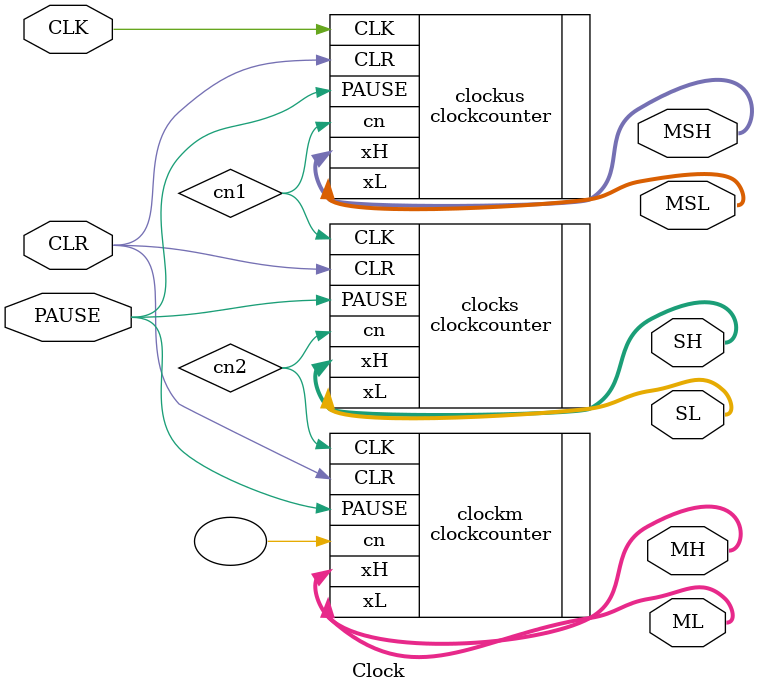
<source format=v>
module Clock(
    input wire CLR,
    input wire CLK,
    input wire PAUSE,

    output wire [3:0] MSH,
    output wire [3:0] MSL,
    
    output wire [3:0] SH,
    output wire [3:0] SL,
    
    output wire [3:0] MH,
    output wire [3:0] ML
    );

wire cn1,cn2;

// reg [3:0] MSH;
// reg [3:0] MSL;
// reg [3:0] SH;
// reg [3:0] SL;
// reg [3:0] MH;
// reg [3:0] ML;

clockcounter
#(.Hmax(4'd9),
.Lmax(4'd9),
.cntmax(19'd499_999)
)
clockus
(
    .CLR(CLR),
    .CLK(CLK),
    .PAUSE(PAUSE),

    .xH(MSH),
    .xL(MSL),
    .cn(cn1)
    );

clockcounter
#(.Hmax(4'd5),
.Lmax(4'd9),
.cntmax(19'd99)
)
clocks
(
    .CLR(CLR),
    .CLK(cn1),
    .PAUSE(PAUSE),

    .xH(SH),
    .xL(SL),
    .cn(cn2)
    );

clockcounter
#(.Hmax(4'd5),
.Lmax(4'd9),
.cntmax(19'd59)
)
clockm
(
    .CLR(CLR),
    .CLK(cn2),
    .PAUSE(PAUSE),

    .xH(MH),
    .xL(ML),
    .cn()
    );

endmodule

</source>
